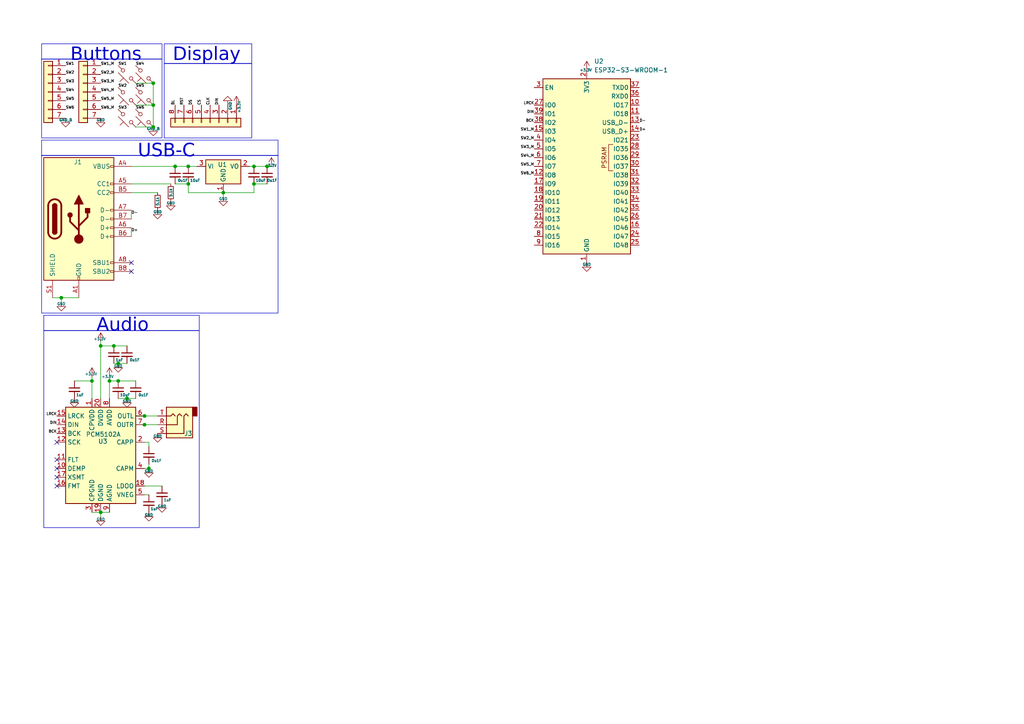
<source format=kicad_sch>
(kicad_sch (version 20250114) (generator "eeschema") (generator_version "9.0")
  (paper "A4")
  (lib_symbols
    (symbol "Audio:PCM5102A"
      (property "Reference" "U" (at -10.16 13.97 0))
      (property "Value" "PCM5102A" (at 3.81 13.97 0))
      (symbol "PCM5102A_0_1"
        (rectangle (start -10.16 12.7) (end 10.16 -15.24) (stroke (width 0.254)) (fill (type background)))
      )
      (symbol "PCM5102A_1_1"
        (pin input line (at -12.7 10.16 0) (length 2.54) (name "LRCK") (number "15"))
        (pin input line (at -12.7 7.62 0) (length 2.54) (name "DIN") (number "14"))
        (pin input line (at -12.7 5.08 0) (length 2.54) (name "BCK") (number "13"))
        (pin input line (at -12.7 2.54 0) (length 2.54) (name "SCK") (number "12"))
        (pin input line (at -12.7 -2.54 0) (length 2.54) (name "FLT") (number "11"))
        (pin input line (at -12.7 -5.08 0) (length 2.54) (name "DEMP") (number "10"))
        (pin input line (at -12.7 -7.62 0) (length 2.54) (name "XSMT") (number "17"))
        (pin input line (at -12.7 -10.16 0) (length 2.54) (name "FMT") (number "16"))
        (pin passive line (at -2.54 15.24 270) (length 2.54) (name "CPVDD") (number "1"))
        (pin power_in line (at -2.54 -17.78 90) (length 2.54) (name "CPGND") (number "3"))
        (pin power_in line (at 0 15.24 270) (length 2.54) (name "DVDD") (number "20"))
        (pin power_in line (at 0 -17.78 90) (length 2.54) (name "DGND") (number "19"))
        (pin power_in line (at 2.54 15.24 270) (length 2.54) (name "AVDD") (number "8"))
        (pin power_in line (at 2.54 -17.78 90) (length 2.54) (name "AGND") (number "9"))
        (pin output line (at 12.7 10.16 180) (length 2.54) (name "OUTL") (number "6"))
        (pin output line (at 12.7 7.62 180) (length 2.54) (name "OUTR") (number "7"))
        (pin passive line (at 12.7 2.54 180) (length 2.54) (name "CAPP") (number "2"))
        (pin passive line (at 12.7 -5.08 180) (length 2.54) (name "CAPM") (number "4"))
        (pin passive line (at 12.7 -10.16 180) (length 2.54) (name "LDOO") (number "18"))
        (pin passive line (at 12.7 -12.7 180) (length 2.54) (name "VNEG") (number "5"))
      )
    )
    (symbol "Connector:USB_C_Receptacle_USB2.0_16P" (pin_names (offset 1.016))
      (property "Reference" "J" (at 0 22.225 0))
      (property "Value" "USB_C_Receptacle_USB2.0_16P" (at 0 19.685 0))
      (symbol "USB_C_Receptacle_USB2.0_16P_0_0"
        (rectangle (start -0.254 -17.78) (end 0.254 -16.764))
        (rectangle (start 10.16 15.494) (end 9.144 14.986))
        (rectangle (start 10.16 10.414) (end 9.144 9.906))
        (rectangle (start 10.16 7.874) (end 9.144 7.366))
        (rectangle (start 10.16 2.794) (end 9.144 2.286))
        (rectangle (start 10.16 0.254) (end 9.144 -0.254))
        (rectangle (start 10.16 -2.286) (end 9.144 -2.794))
        (rectangle (start 10.16 -4.826) (end 9.144 -5.334))
        (rectangle (start 10.16 -12.446) (end 9.144 -12.954))
        (rectangle (start 10.16 -14.986) (end 9.144 -15.494))
      )
      (symbol "USB_C_Receptacle_USB2.0_16P_0_1"
        (rectangle (start -10.16 17.78) (end 10.16 -17.78) (stroke (width 0.254)) (fill (type background)))
        (polyline (pts (xy -8.89 -3.81) (xy -8.89 3.81)) (stroke (width 0.508)))
        (rectangle (start -7.62 -3.81) (end -6.35 3.81) (stroke (width 0.254)) (fill (type outline)))
        (arc (start -7.62 3.81) (mid -6.985 4.4423) (end -6.35 3.81) (stroke (width 0.254)))
        (arc (start -7.62 3.81) (mid -6.985 4.4423) (end -6.35 3.81) (stroke (width 0.254)) (fill (type outline)))
        (arc (start -8.89 3.81) (mid -6.985 5.7067) (end -5.08 3.81) (stroke (width 0.508)))
        (arc (start -5.08 -3.81) (mid -6.985 -5.7067) (end -8.89 -3.81) (stroke (width 0.508)))
        (arc (start -6.35 -3.81) (mid -6.985 -4.4423) (end -7.62 -3.81) (stroke (width 0.254)))
        (arc (start -6.35 -3.81) (mid -6.985 -4.4423) (end -7.62 -3.81) (stroke (width 0.254)) (fill (type outline)))
        (polyline (pts (xy -5.08 3.81) (xy -5.08 -3.81)) (stroke (width 0.508)))
        (circle (center -2.54 1.143) (radius 0.635) (stroke (width 0.254)) (fill (type outline)))
        (polyline (pts (xy -1.27 4.318) (xy 0 6.858) (xy 1.27 4.318) (xy -1.27 4.318)) (stroke (width 0.254)) (fill (type outline)))
        (polyline (pts (xy 0 -2.032) (xy 2.54 0.508) (xy 2.54 1.778)) (stroke (width 0.508)))
        (polyline (pts (xy 0 -3.302) (xy -2.54 -0.762) (xy -2.54 0.508)) (stroke (width 0.508)))
        (polyline (pts (xy 0 -5.842) (xy 0 4.318)) (stroke (width 0.508)))
        (circle (center 0 -5.842) (radius 1.27) (fill (type outline)))
        (rectangle (start 1.905 1.778) (end 3.175 3.048) (stroke (width 0.254)) (fill (type outline)))
      )
      (symbol "USB_C_Receptacle_USB2.0_16P_1_1"
        (pin passive line (at -7.62 -22.86 90) (length 5.08) (name "SHIELD") (number "S1"))
        (pin passive line (at 0 -22.86 90) (length 5.08) (name "GND") (number "A1"))
        (pin passive line (at 0 -22.86 90) (length 5.08) (hide yes) (name "GND") (number "A12"))
        (pin passive line (at 0 -22.86 90) (length 5.08) (hide yes) (name "GND") (number "B1"))
        (pin passive line (at 0 -22.86 90) (length 5.08) (hide yes) (name "GND") (number "B12"))
        (pin passive line (at 15.24 15.24 180) (length 5.08) (name "VBUS") (number "A4"))
        (pin passive line (at 15.24 15.24 180) (length 5.08) (hide yes) (name "VBUS") (number "A9"))
        (pin passive line (at 15.24 15.24 180) (length 5.08) (hide yes) (name "VBUS") (number "B4"))
        (pin passive line (at 15.24 15.24 180) (length 5.08) (hide yes) (name "VBUS") (number "B9"))
        (pin bidirectional line (at 15.24 10.16 180) (length 5.08) (name "CC1") (number "A5"))
        (pin bidirectional line (at 15.24 7.62 180) (length 5.08) (name "CC2") (number "B5"))
        (pin bidirectional line (at 15.24 2.54 180) (length 5.08) (name "D-") (number "A7"))
        (pin bidirectional line (at 15.24 0 180) (length 5.08) (name "D-") (number "B7"))
        (pin bidirectional line (at 15.24 -2.54 180) (length 5.08) (name "D+") (number "A6"))
        (pin bidirectional line (at 15.24 -5.08 180) (length 5.08) (name "D+") (number "B6"))
        (pin bidirectional line (at 15.24 -12.7 180) (length 5.08) (name "SBU1") (number "A8"))
        (pin bidirectional line (at 15.24 -15.24 180) (length 5.08) (name "SBU2") (number "B8"))
      )
    )
    (symbol "Connector_Audio:AudioJack3"
      (property "Reference" "J" (at 0 8.89 0))
      (property "Value" "AudioJack3" (at 0 6.35 0))
      (symbol "AudioJack3_0_1"
        (rectangle (start -5.08 -5.08) (end -6.35 -2.54) (stroke (width 0.254)) (fill (type outline)))
        (polyline (pts (xy -1.905 -2.54) (xy -1.27 -3.175) (xy -0.635 -2.54) (xy -0.635 0) (xy 2.54 0)) (stroke (width 0.254)))
        (polyline (pts (xy 0 -2.54) (xy 0.635 -3.175) (xy 1.27 -2.54) (xy 2.54 -2.54)) (stroke (width 0.254)))
        (rectangle (start 2.54 3.81) (end -5.08 -5.08) (stroke (width 0.254)) (fill (type background)))
        (polyline (pts (xy 2.54 2.54) (xy -2.54 2.54) (xy -2.54 -2.54) (xy -3.175 -3.175) (xy -3.81 -2.54)) (stroke (width 0.254)))
      )
      (symbol "AudioJack3_1_1"
        (pin passive line (at 5.08 2.54 180) (length 2.54) (name "~") (number "S"))
        (pin passive line (at 5.08 0 180) (length 2.54) (name "~") (number "R"))
        (pin passive line (at 5.08 -2.54 180) (length 2.54) (name "~") (number "T"))
      )
    )
    (symbol "Connector_Generic:Conn_01x07" (pin_names (offset 1.016) (hide yes))
      (property "Reference" "J" (at 0 10.16 0))
      (property "Value" "Conn_01x07" (at 0 -10.16 0))
      (symbol "Conn_01x07_1_1"
        (rectangle (start -1.27 8.89) (end 1.27 -8.89) (stroke (width 0.254)) (fill (type background)))
        (rectangle (start -1.27 7.747) (end 0 7.493) (stroke (width 0.1524)))
        (rectangle (start -1.27 5.207) (end 0 4.953) (stroke (width 0.1524)))
        (rectangle (start -1.27 2.667) (end 0 2.413) (stroke (width 0.1524)))
        (rectangle (start -1.27 0.127) (end 0 -0.127) (stroke (width 0.1524)))
        (rectangle (start -1.27 -2.413) (end 0 -2.667) (stroke (width 0.1524)))
        (rectangle (start -1.27 -4.953) (end 0 -5.207) (stroke (width 0.1524)))
        (rectangle (start -1.27 -7.493) (end 0 -7.747) (stroke (width 0.1524)))
        (pin passive line (at -5.08 7.62 0) (length 3.81) (name "Pin_1") (number "1"))
        (pin passive line (at -5.08 5.08 0) (length 3.81) (name "Pin_2") (number "2"))
        (pin passive line (at -5.08 2.54 0) (length 3.81) (name "Pin_3") (number "3"))
        (pin passive line (at -5.08 0 0) (length 3.81) (name "Pin_4") (number "4"))
        (pin passive line (at -5.08 -2.54 0) (length 3.81) (name "Pin_5") (number "5"))
        (pin passive line (at -5.08 -5.08 0) (length 3.81) (name "Pin_6") (number "6"))
        (pin passive line (at -5.08 -7.62 0) (length 3.81) (name "Pin_7") (number "7"))
      )
    )
    (symbol "Connector_Generic:Conn_01x08" (pin_names (offset 1.016) (hide yes))
      (property "Reference" "J" (at 0 10.16 0))
      (property "Value" "Conn_01x08" (at 0 -12.7 0))
      (symbol "Conn_01x08_1_1"
        (rectangle (start -1.27 8.89) (end 1.27 -11.43) (stroke (width 0.254)) (fill (type background)))
        (rectangle (start -1.27 7.747) (end 0 7.493) (stroke (width 0.1524)))
        (rectangle (start -1.27 5.207) (end 0 4.953) (stroke (width 0.1524)))
        (rectangle (start -1.27 2.667) (end 0 2.413) (stroke (width 0.1524)))
        (rectangle (start -1.27 0.127) (end 0 -0.127) (stroke (width 0.1524)))
        (rectangle (start -1.27 -2.413) (end 0 -2.667) (stroke (width 0.1524)))
        (rectangle (start -1.27 -4.953) (end 0 -5.207) (stroke (width 0.1524)))
        (rectangle (start -1.27 -7.493) (end 0 -7.747) (stroke (width 0.1524)))
        (rectangle (start -1.27 -10.033) (end 0 -10.287) (stroke (width 0.1524)))
        (pin passive line (at -5.08 7.62 0) (length 3.81) (name "Pin_1") (number "1"))
        (pin passive line (at -5.08 5.08 0) (length 3.81) (name "Pin_2") (number "2"))
        (pin passive line (at -5.08 2.54 0) (length 3.81) (name "Pin_3") (number "3"))
        (pin passive line (at -5.08 0 0) (length 3.81) (name "Pin_4") (number "4"))
        (pin passive line (at -5.08 -2.54 0) (length 3.81) (name "Pin_5") (number "5"))
        (pin passive line (at -5.08 -5.08 0) (length 3.81) (name "Pin_6") (number "6"))
        (pin passive line (at -5.08 -7.62 0) (length 3.81) (name "Pin_7") (number "7"))
        (pin passive line (at -5.08 -10.16 0) (length 3.81) (name "Pin_8") (number "8"))
      )
    )
    (symbol "Device:C_Small" (pin_numbers (hide yes)) (pin_names (offset 0.254) (hide yes))
      (property "Reference" "C" (at 0.254 1.778 0))
      (property "Value" "C_Small" (at 0.254 -2.032 0))
      (symbol "C_Small_0_1"
        (polyline (pts (xy -1.524 0.508) (xy 1.524 0.508)) (stroke (width 0.3048)))
        (polyline (pts (xy -1.524 -0.508) (xy 1.524 -0.508)) (stroke (width 0.3302)))
      )
      (symbol "C_Small_1_1"
        (pin passive line (at 0 2.54 270) (length 2.032) (name "~") (number "1"))
        (pin passive line (at 0 -2.54 90) (length 2.032) (name "~") (number "2"))
      )
    )
    (symbol "Device:R_Small" (pin_numbers (hide yes)) (pin_names (offset 0.254) (hide yes))
      (property "Reference" "R" (at 0 0 90))
      (property "Value" "R_Small" (at 1.778 0 90))
      (symbol "R_Small_0_1"
        (rectangle (start -0.762 1.778) (end 0.762 -1.778) (stroke (width 0.2032)))
      )
      (symbol "R_Small_1_1"
        (pin passive line (at 0 2.54 270) (length 0.762) (name "~") (number "1"))
        (pin passive line (at 0 -2.54 90) (length 0.762) (name "~") (number "2"))
      )
    )
    (symbol "RF_Module:ESP32-S3-WROOM-1"
      (property "Reference" "U" (at -12.7 26.67 0))
      (property "Value" "ESP32-S3-WROOM-1" (at 12.7 26.67 0))
      (symbol "ESP32-S3-WROOM-1_0_0"
        (rectangle (start -12.7 25.4) (end 12.7 -25.4) (stroke (width 0.254)) (fill (type background)))
        (text "PSRAM" (at 5.08 2.54 900) (effects (font (size 1.27 1.27))))
      )
      (symbol "ESP32-S3-WROOM-1_0_1"
        (polyline (pts (xy 7.62 -1.27) (xy 6.35 -1.27) (xy 6.35 6.35) (xy 7.62 6.35)))
      )
      (symbol "ESP32-S3-WROOM-1_1_1"
        (pin input line (at -15.24 22.86 0) (length 2.54) (name "EN") (number "3"))
        (pin bidirectional line (at -15.24 17.78 0) (length 2.54) (name "IO0") (number "27"))
        (pin bidirectional line (at -15.24 15.24 0) (length 2.54) (name "IO1") (number "39"))
        (pin bidirectional line (at -15.24 12.7 0) (length 2.54) (name "IO2") (number "38"))
        (pin bidirectional line (at -15.24 10.16 0) (length 2.54) (name "IO3") (number "15"))
        (pin bidirectional line (at -15.24 7.62 0) (length 2.54) (name "IO4") (number "4"))
        (pin bidirectional line (at -15.24 5.08 0) (length 2.54) (name "IO5") (number "5"))
        (pin bidirectional line (at -15.24 2.54 0) (length 2.54) (name "IO6") (number "6"))
        (pin bidirectional line (at -15.24 0 0) (length 2.54) (name "IO7") (number "7"))
        (pin bidirectional line (at -15.24 -2.54 0) (length 2.54) (name "IO8") (number "12"))
        (pin bidirectional line (at -15.24 -5.08 0) (length 2.54) (name "IO9") (number "17"))
        (pin bidirectional line (at -15.24 -7.62 0) (length 2.54) (name "IO10") (number "18"))
        (pin bidirectional line (at -15.24 -10.16 0) (length 2.54) (name "IO11") (number "19"))
        (pin bidirectional line (at -15.24 -12.7 0) (length 2.54) (name "IO12") (number "20"))
        (pin bidirectional line (at -15.24 -15.24 0) (length 2.54) (name "IO13") (number "21"))
        (pin bidirectional line (at -15.24 -17.78 0) (length 2.54) (name "IO14") (number "22"))
        (pin bidirectional line (at -15.24 -20.32 0) (length 2.54) (name "IO15") (number "8"))
        (pin bidirectional line (at -15.24 -22.86 0) (length 2.54) (name "IO16") (number "9"))
        (pin power_in line (at 0 27.94 270) (length 2.54) (name "3V3") (number "2"))
        (pin power_in line (at 0 -27.94 90) (length 2.54) (name "GND") (number "1"))
        (pin passive line (at 0 -27.94 90) (length 2.54) (hide yes) (name "GND") (number "40"))
        (pin passive line (at 0 -27.94 90) (length 2.54) (hide yes) (name "GND") (number "41"))
        (pin bidirectional line (at 15.24 22.86 180) (length 2.54) (name "TXD0") (number "37"))
        (pin bidirectional line (at 15.24 20.32 180) (length 2.54) (name "RXD0") (number "36"))
        (pin bidirectional line (at 15.24 17.78 180) (length 2.54) (name "IO17") (number "10"))
        (pin bidirectional line (at 15.24 15.24 180) (length 2.54) (name "IO18") (number "11"))
        (pin bidirectional line (at 15.24 12.7 180) (length 2.54) (name "USB_D-") (number "13"))
        (pin bidirectional line (at 15.24 10.16 180) (length 2.54) (name "USB_D+") (number "14"))
        (pin bidirectional line (at 15.24 7.62 180) (length 2.54) (name "IO21") (number "23"))
        (pin bidirectional line (at 15.24 5.08 180) (length 2.54) (name "IO35") (number "28"))
        (pin bidirectional line (at 15.24 2.54 180) (length 2.54) (name "IO36") (number "29"))
        (pin bidirectional line (at 15.24 0 180) (length 2.54) (name "IO37") (number "30"))
        (pin bidirectional line (at 15.24 -2.54 180) (length 2.54) (name "IO38") (number "31"))
        (pin bidirectional line (at 15.24 -5.08 180) (length 2.54) (name "IO39") (number "32"))
        (pin bidirectional line (at 15.24 -7.62 180) (length 2.54) (name "IO40") (number "33"))
        (pin bidirectional line (at 15.24 -10.16 180) (length 2.54) (name "IO41") (number "34"))
        (pin bidirectional line (at 15.24 -12.7 180) (length 2.54) (name "IO42") (number "35"))
        (pin bidirectional line (at 15.24 -15.24 180) (length 2.54) (name "IO45") (number "26"))
        (pin bidirectional line (at 15.24 -17.78 180) (length 2.54) (name "IO46") (number "16"))
        (pin bidirectional line (at 15.24 -20.32 180) (length 2.54) (name "IO47") (number "24"))
        (pin bidirectional line (at 15.24 -22.86 180) (length 2.54) (name "IO48") (number "25"))
      )
    )
    (symbol "Regulator_Linear:AMS1117-3.3"
      (property "Reference" "U" (at -3.81 3.175 0))
      (property "Value" "AMS1117-3.3" (at 0 3.175 0))
      (symbol "AMS1117-3.3_0_1"
        (rectangle (start -5.08 -5.08) (end 5.08 1.905) (stroke (width 0.254)) (fill (type background)))
      )
      (symbol "AMS1117-3.3_1_1"
        (pin power_in line (at -7.62 0 0) (length 2.54) (name "VI") (number "3"))
        (pin power_in line (at 0 -7.62 90) (length 2.54) (name "GND") (number "1"))
        (pin power_out line (at 7.62 0 180) (length 2.54) (name "VO") (number "2"))
      )
    )
    (symbol "Switch:SW_Push_45deg" (pin_numbers (hide yes)) (pin_names (offset 1.016) (hide yes))
      (property "Reference" "SW" (at 3.048 1.016 0))
      (property "Value" "SW_Push_45deg" (at 0 -3.81 0))
      (symbol "SW_Push_45deg_0_1"
        (polyline (pts (xy -2.54 2.54) (xy -1.524 1.524) (xy -1.524 1.524)))
        (circle (center -1.1684 1.1684) (radius 0.508))
        (polyline (pts (xy -0.508 2.54) (xy 2.54 -0.508)))
        (polyline (pts (xy 1.016 1.016) (xy 2.032 2.032)))
        (circle (center 1.143 -1.1938) (radius 0.508))
        (polyline (pts (xy 1.524 -1.524) (xy 2.54 -2.54) (xy 2.54 -2.54) (xy 2.54 -2.54)))
        (pin passive line (at -2.54 2.54 0) (length 0) (name "1") (number "1"))
        (pin passive line (at 2.54 -2.54 180) (length 0) (name "2") (number "2"))
      )
    )
    (symbol "power:+3.3V" (power) (pin_numbers (hide yes)) (pin_names (offset 0) (hide yes))
      (property "Value" "+3.3V" (at 0 3.556 0))
      (symbol "+3.3V_0_1"
        (polyline (pts (xy -0.762 1.27) (xy 0 2.54)))
        (polyline (pts (xy 0 2.54) (xy 0.762 1.27)))
        (polyline (pts (xy 0 0) (xy 0 2.54)))
      )
      (symbol "+3.3V_1_1"
        (pin power_in line (at 0 0 90) (length 0) (name "~") (number "1"))
      )
    )
    (symbol "power:GND" (power) (pin_numbers (hide yes)) (pin_names (offset 0) (hide yes))
      (property "Value" "GND" (at 0 -3.81 0))
      (symbol "GND_0_1"
        (polyline (pts (xy 0 0) (xy 0 -1.27) (xy 1.27 -1.27) (xy 0 -2.54) (xy -1.27 -1.27) (xy 0 -1.27)))
      )
      (symbol "GND_1_1"
        (pin power_in line (at 0 0 270) (length 0) (name "~") (number "1"))
      )
    )
  )
  (rectangle (start 12.065 12.7) (end 46.99 17.145))
  (rectangle (start 47.625 18.415) (end 73.025 40.005))
  (rectangle (start 12.7 95.885) (end 57.785 153.035))
  (rectangle (start 47.625 12.7) (end 73.025 18.415))
  (rectangle (start 12.065 45.085) (end 80.645 90.805))
  (rectangle (start 12.065 40.64) (end 80.645 45.085))
  (rectangle (start 12.7 91.44) (end 57.785 95.885))
  (rectangle (start 12.065 17.145) (end 46.99 40.005))
  (text "Audio\n" (at 35.56 95.504 0) (effects (font (size 3.81 3.81))))
  (text "USB-C\n" (at 48.26 44.958 0) (effects (font (size 3.81 3.81))))
  (text "Display\n" (at 59.944 17.018 0) (effects (font (size 3.81 3.81))))
  (text "Buttons" (at 30.734 17.018 0) (effects (font (size 3.81 3.81))))
  (junction (at 44.45 24.13))
  (junction (at 31.75 110.49))
  (junction (at 44.45 30.48))
  (junction (at 54.61 48.26))
  (junction (at 43.18 135.89))
  (junction (at 34.29 110.49))
  (junction (at 36.83 115.57))
  (junction (at 44.45 36.83))
  (junction (at 33.02 100.33))
  (junction (at 77.47 48.26))
  (junction (at 29.21 148.59))
  (junction (at 50.8 48.26))
  (junction (at 34.29 105.41))
  (junction (at 41.91 120.65))
  (junction (at 41.91 123.19))
  (junction (at 64.77 55.88))
  (junction (at 54.61 53.34))
  (junction (at 29.21 100.33))
  (junction (at 73.66 53.34))
  (junction (at 73.66 48.26))
  (junction (at 26.67 110.49))
  (junction (at 17.78 86.36))
  (no_connect (at 38.1 76.2))
  (no_connect (at 38.1 78.74))
  (no_connect (at 16.51 133.35))
  (no_connect (at 16.51 138.43))
  (no_connect (at 16.51 128.27))
  (no_connect (at 16.51 135.89))
  (no_connect (at 16.51 140.97))
  (wire (pts (xy 38.1 66.04) (xy 38.1 68.58)))
  (wire (pts (xy 31.75 110.49) (xy 31.75 115.57)))
  (wire (pts (xy 33.02 100.33) (xy 36.83 100.33)))
  (wire (pts (xy 38.1 53.34) (xy 49.53 53.34)))
  (wire (pts (xy 44.45 24.13) (xy 44.45 30.48)))
  (wire (pts (xy 41.91 123.19) (xy 45.72 123.19)))
  (wire (pts (xy 64.77 57.15) (xy 64.77 55.88)))
  (wire (pts (xy 31.75 109.22) (xy 31.75 110.49)))
  (wire (pts (xy 33.02 105.41) (xy 34.29 105.41)))
  (wire (pts (xy 29.21 115.57) (xy 29.21 100.33)))
  (wire (pts (xy 41.91 128.27) (xy 43.18 128.27)))
  (wire (pts (xy 29.21 149.86) (xy 29.21 148.59)))
  (wire (pts (xy 39.37 24.13) (xy 44.45 24.13)))
  (wire (pts (xy 44.45 30.48) (xy 44.45 36.83)))
  (wire (pts (xy 34.29 110.49) (xy 39.37 110.49)))
  (wire (pts (xy 64.77 55.88) (xy 73.66 55.88)))
  (wire (pts (xy 43.18 128.27) (xy 43.18 129.54)))
  (wire (pts (xy 26.67 110.49) (xy 26.67 115.57)))
  (wire (pts (xy 41.91 120.65) (xy 45.72 120.65)))
  (wire (pts (xy 29.21 148.59) (xy 31.75 148.59)))
  (wire (pts (xy 43.18 135.89) (xy 43.18 134.62)))
  (wire (pts (xy 29.21 99.06) (xy 29.21 100.33)))
  (wire (pts (xy 54.61 55.88) (xy 64.77 55.88)))
  (wire (pts (xy 38.1 48.26) (xy 50.8 48.26)))
  (wire (pts (xy 39.37 30.48) (xy 44.45 30.48)))
  (wire (pts (xy 39.37 123.19) (xy 41.91 123.19)))
  (wire (pts (xy 41.91 135.89) (xy 43.18 135.89)))
  (wire (pts (xy 78.74 48.26) (xy 77.47 48.26)))
  (wire (pts (xy 34.29 105.41) (xy 36.83 105.41)))
  (wire (pts (xy 29.21 100.33) (xy 33.02 100.33)))
  (wire (pts (xy 50.8 53.34) (xy 54.61 53.34)))
  (wire (pts (xy 26.67 110.49) (xy 26.67 109.22)))
  (wire (pts (xy 73.66 53.34) (xy 73.66 55.88)))
  (wire (pts (xy 21.59 110.49) (xy 26.67 110.49)))
  (wire (pts (xy 41.91 140.97) (xy 46.99 140.97)))
  (wire (pts (xy 26.67 148.59) (xy 29.21 148.59)))
  (wire (pts (xy 38.1 55.88) (xy 45.72 55.88)))
  (wire (pts (xy 36.83 115.57) (xy 39.37 115.57)))
  (wire (pts (xy 41.91 143.51) (xy 43.18 143.51)))
  (wire (pts (xy 54.61 53.34) (xy 54.61 55.88)))
  (wire (pts (xy 39.37 36.83) (xy 44.45 36.83)))
  (wire (pts (xy 31.75 110.49) (xy 34.29 110.49)))
  (wire (pts (xy 38.1 60.96) (xy 38.1 63.5)))
  (wire (pts (xy 17.78 86.36) (xy 22.86 86.36)))
  (wire (pts (xy 73.66 48.26) (xy 72.39 48.26)))
  (wire (pts (xy 34.29 115.57) (xy 36.83 115.57)))
  (wire (pts (xy 39.37 120.65) (xy 41.91 120.65)))
  (wire (pts (xy 54.61 48.26) (xy 57.15 48.26)))
  (wire (pts (xy 15.24 86.36) (xy 17.78 86.36)))
  (wire (pts (xy 73.66 53.34) (xy 77.47 53.34)))
  (wire (pts (xy 50.8 48.26) (xy 54.61 48.26)))
  (wire (pts (xy 73.66 48.26) (xy 77.47 48.26)))
  (wire (pts (xy 17.78 87.63) (xy 17.78 86.36)))
  (label "SW2" (at 34.29 25.4 0) (effects (font (size 0.762 0.762))))
  (label "DS" (at 55.88 30.48 90) (effects (font (size 0.762 0.762))))
  (label "SW4" (at 19.05 26.67 0) (effects (font (size 0.762 0.762))))
  (label "BCK" (at 154.94 35.56 180) (effects (font (size 0.762 0.762))))
  (label "DIN" (at 63.5 30.48 90) (effects (font (size 0.762 0.762))))
  (label "CS" (at 58.42 30.48 90) (effects (font (size 0.762 0.762))))
  (label "SW5" (at 19.05 29.21 0) (effects (font (size 0.762 0.762))))
  (label "SW2_M" (at 29.21 21.59 0) (effects (font (size 0.762 0.762))))
  (label "SW6" (at 19.05 31.75 0) (effects (font (size 0.762 0.762))))
  (label "CLK" (at 60.96 30.48 90) (effects (font (size 0.762 0.762))))
  (label "SW6_M" (at 154.94 50.8 180) (effects (font (size 0.762 0.762))))
  (label "SW1" (at 19.05 19.05 0) (effects (font (size 0.762 0.762))))
  (label "SW1_M" (at 154.94 38.1 180) (effects (font (size 0.762 0.762))))
  (label "SW6" (at 39.37 31.75 0) (effects (font (size 0.762 0.762))))
  (label "D-" (at 38.1 62.23 0) (effects (font (size 0.762 0.762))))
  (label "BCK" (at 16.51 125.73 180) (effects (font (size 0.762 0.762))))
  (label "SW6_M" (at 29.21 31.75 0) (effects (font (size 0.762 0.762))))
  (label "SW3_M" (at 29.21 24.13 0) (effects (font (size 0.762 0.762))))
  (label "SW3" (at 34.29 31.75 0) (effects (font (size 0.762 0.762))))
  (label "SW5" (at 39.37 25.4 0) (effects (font (size 0.762 0.762))))
  (label "D+" (at 38.1 67.31 0) (effects (font (size 0.762 0.762))))
  (label "SW5_M" (at 154.94 48.26 180) (effects (font (size 0.762 0.762))))
  (label "SW3" (at 19.05 24.13 0) (effects (font (size 0.762 0.762))))
  (label "LRCK" (at 154.94 30.48 180) (effects (font (size 0.762 0.762))))
  (label "SW3_M" (at 154.94 43.18 180) (effects (font (size 0.762 0.762))))
  (label "BL" (at 50.8 30.48 90) (effects (font (size 0.762 0.762))))
  (label "SW4_M" (at 29.21 26.67 0) (effects (font (size 0.762 0.762))))
  (label "SW4" (at 39.37 19.05 0) (effects (font (size 0.762 0.762))))
  (label "SW4_M" (at 154.94 45.72 180) (effects (font (size 0.762 0.762))))
  (label "RST" (at 53.34 30.48 90) (effects (font (size 0.762 0.762))))
  (label "SW1_M" (at 29.21 19.05 0) (effects (font (size 0.762 0.762))))
  (label "DIN" (at 16.51 123.19 180) (effects (font (size 0.762 0.762))))
  (label "SW2" (at 19.05 21.59 0) (effects (font (size 0.762 0.762))))
  (label "SW5_M" (at 29.21 29.21 0) (effects (font (size 0.762 0.762))))
  (label "LRCK" (at 16.51 120.65 180) (effects (font (size 0.762 0.762))))
  (label "D+" (at 185.42 38.1 0) (effects (font (size 0.762 0.762))))
  (label "DIN" (at 154.94 33.02 180) (effects (font (size 0.762 0.762))))
  (label "SW1" (at 34.29 19.05 0) (effects (font (size 0.762 0.762))))
  (label "SW2_M" (at 154.94 40.64 180) (effects (font (size 0.762 0.762))))
  (label "D-" (at 185.42 35.56 0) (effects (font (size 0.762 0.762))))
  (symbol (lib_id "power:+3.3V") (at 26.67 109.22 0) (unit 1)
    (property "Reference" "#PWR017" (effects (hide yes)))
    (property "Value" "+3.3V" (at 26.416 108.458 0) (effects (font (size 0.762 0.762))))
    (property "Description" "Power symbol creates a global label with name \"+3.3V\"" (effects (hide yes)))
  )
  (symbol (lib_id "Connector:USB_C_Receptacle_USB2.0_16P") (at 22.86 63.5 0) (unit 1)
    (property "Reference" "J1" (at 22.606 46.99 0))
    (property "Value" "USB_C_Receptacle_USB2.0_16P" (effects (hide yes)))
    (property "Datasheet" "https://www.usb.org/sites/default/files/documents/usb_type-c.zip" (effects (hide yes)))
    (property "Description" "USB 2.0-only 16P Type-C Receptacle connector" (effects (hide yes)))
  )
  (symbol (lib_id "power:GND") (at 29.21 149.86 0) (unit 1)
    (property "Reference" "#PWR011" (effects (hide yes)))
    (property "Value" "GND" (at 29.21 150.622 0) (effects (font (size 0.762 0.762))))
    (property "Description" "Power symbol creates a global label with name \"GND\" , ground" (effects (hide yes)))
  )
  (symbol (lib_id "Switch:SW_Push_45deg") (at 36.83 27.94 90) (mirror x) (unit 1)
    (property "Reference" "SW2" (effects (hide yes)))
    (property "Value" "SW_Push_45deg" (effects (hide yes)))
    (property "Description" "Push button switch, normally open, two pins, 45° tilted" (effects (hide yes)))
  )
  (symbol (lib_id "Device:C_Small") (at 33.02 102.87 0) (unit 1)
    (property "Reference" "C7" (effects (hide yes)))
    (property "Value" "1uF" (at 33.528 104.394 0) (effects (font (size 0.762 0.762)) (justify left)))
    (property "Description" "Unpolarized capacitor, small symbol" (effects (hide yes)))
  )
  (symbol (lib_id "power:GND") (at 45.72 60.96 0) (unit 1)
    (property "Reference" "#PWR08" (effects (hide yes)))
    (property "Value" "GND" (at 45.72 61.468 0) (effects (font (size 0.762 0.762))))
    (property "Description" "Power symbol creates a global label with name \"GND\" , ground" (effects (hide yes)))
  )
  (symbol (lib_id "Audio:PCM5102A") (at 29.21 130.81 0) (unit 1)
    (property "Reference" "U3" (at 28.448 128.016 0) (effects (justify left)))
    (property "Value" "PCM5102A" (at 24.892 125.984 0) (effects (justify left)))
    (property "Footprint" "Package_SO:TSSOP-20_4.4x6.5mm_P0.65mm" (effects (hide yes)))
    (property "Datasheet" "https://www.ti.com/lit/ds/symlink/pcm5102a.pdf" (effects (hide yes)))
    (property "Description" "2.1 VRMS, 112dB Audio Stereo DAC with PLL and 32-bit, 384kHz PCM Interface, TSSOP-20" (effects (hide yes)))
  )
  (symbol (lib_id "Device:C_Small") (at 54.61 50.8 0) (unit 1)
    (property "Reference" "C2" (effects (hide yes)))
    (property "Value" "10uF" (at 55.118 52.324 0) (effects (font (size 0.762 0.762)) (justify left)))
    (property "Description" "Unpolarized capacitor, small symbol" (effects (hide yes)))
  )
  (symbol (lib_id "Regulator_Linear:AMS1117-3.3") (at 64.77 48.26 0) (unit 1)
    (property "Reference" "U1" (at 64.516 47.752 0))
    (property "Value" "AMS1117-3.3" (effects (hide yes)))
    (property "Footprint" "Package_TO_SOT_SMD:SOT-223-3_TabPin2" (effects (hide yes)))
    (property "Datasheet" "http://www.advanced-monolithic.com/pdf/ds1117.pdf" (effects (hide yes)))
    (property "Description" "1A Low Dropout regulator, positive, 3.3V fixed output, SOT-223" (effects (hide yes)))
  )
  (symbol (lib_id "power:GND") (at 46.99 146.05 0) (unit 1)
    (property "Reference" "#PWR018" (effects (hide yes)))
    (property "Value" "GND" (at 46.99 146.812 0) (effects (font (size 0.762 0.762))))
    (property "Description" "Power symbol creates a global label with name \"GND\" , ground" (effects (hide yes)))
  )
  (symbol (lib_id "RF_Module:ESP32-S3-WROOM-1") (at 170.18 48.26 0) (unit 1)
    (property "Reference" "U2" (at 172.3233 17.78 0) (effects (justify left)))
    (property "Value" "ESP32-S3-WROOM-1" (at 172.3233 20.32 0) (effects (justify left)))
    (property "Footprint" "RF_Module:ESP32-S3-WROOM-1" (effects (hide yes)))
    (property "Datasheet" "https://www.espressif.com/sites/default/files/documentation/esp32-s3-wroom-1_wroom-1u_datasheet_en.pdf" (effects (hide yes)))
    (property "Description" "RF Module, ESP32-S3 SoC, Wi-Fi 802.11b/g/n, Bluetooth, BLE, 32-bit, 3.3V, onboard antenna, SMD" (effects (hide yes)))
  )
  (symbol (lib_id "Device:C_Small") (at 46.99 143.51 0) (unit 1)
    (property "Reference" "C10" (effects (hide yes)))
    (property "Value" "1uF" (at 47.498 145.034 0) (effects (font (size 0.762 0.762)) (justify left)))
    (property "Description" "Unpolarized capacitor, small symbol" (effects (hide yes)))
  )
  (symbol (lib_id "power:+3.3V") (at 31.75 109.22 0) (unit 1)
    (property "Reference" "#PWR012" (effects (hide yes)))
    (property "Value" "+3.3V" (at 31.242 109.22 0) (effects (font (size 0.762 0.762))))
    (property "Description" "Power symbol creates a global label with name \"+3.3V\"" (effects (hide yes)))
  )
  (symbol (lib_id "power:GND") (at 44.45 36.83 0) (mirror y) (unit 1)
    (property "Reference" "#PWR021" (effects (hide yes)))
    (property "Value" "GND_B" (at 44.45 37.338 0) (effects (font (size 0.762 0.762))))
    (property "Description" "Power symbol creates a global label with name \"GND\" , ground" (effects (hide yes)))
  )
  (symbol (lib_id "Switch:SW_Push_45deg") (at 41.91 21.59 90) (mirror x) (unit 1)
    (property "Reference" "SW3" (effects (hide yes)))
    (property "Value" "SW_Push_45deg" (effects (hide yes)))
    (property "Description" "Push button switch, normally open, two pins, 45° tilted" (effects (hide yes)))
  )
  (symbol (lib_id "power:GND") (at 21.59 115.57 0) (unit 1)
    (property "Reference" "#PWR016" (effects (hide yes)))
    (property "Value" "GND" (at 21.59 116.332 0) (effects (font (size 0.762 0.762))))
    (property "Description" "Power symbol creates a global label with name \"GND\" , ground" (effects (hide yes)))
  )
  (symbol (lib_id "power:GND") (at 17.78 87.63 0) (unit 1)
    (property "Reference" "#PWR09" (effects (hide yes)))
    (property "Value" "GND" (at 17.78 88.138 0) (effects (font (size 0.762 0.762))))
    (property "Description" "Power symbol creates a global label with name \"GND\" , ground" (effects (hide yes)))
  )
  (symbol (lib_id "Device:C_Small") (at 50.8 50.8 0) (unit 1)
    (property "Reference" "C1" (effects (hide yes)))
    (property "Value" "0u1F" (at 51.562 52.324 0) (effects (font (size 0.762 0.762)) (justify left)))
    (property "Description" "Unpolarized capacitor, small symbol" (effects (hide yes)))
  )
  (symbol (lib_id "power:GND") (at 43.18 135.89 0) (unit 1)
    (property "Reference" "#PWR019" (effects (hide yes)))
    (property "Value" "GND" (at 43.18 136.652 0) (effects (font (size 0.762 0.762))))
    (property "Description" "Power symbol creates a global label with name \"GND\" , ground" (effects (hide yes)))
  )
  (symbol (lib_id "power:GND") (at 66.04 30.48 180) (unit 1)
    (property "Reference" "#PWR01" (effects (hide yes)))
    (property "Value" "GND" (at 66.802 30.734 90) (effects (font (size 0.762 0.762))))
    (property "Description" "Power symbol creates a global label with name \"GND\" , ground" (effects (hide yes)))
  )
  (symbol (lib_id "Device:C_Small") (at 36.83 102.87 0) (unit 1)
    (property "Reference" "C8" (effects (hide yes)))
    (property "Value" "0u1F" (at 37.592 104.394 0) (effects (font (size 0.762 0.762)) (justify left)))
    (property "Description" "Unpolarized capacitor, small symbol" (effects (hide yes)))
  )
  (symbol (lib_id "power:GND") (at 36.83 115.57 0) (unit 1)
    (property "Reference" "#PWR014" (effects (hide yes)))
    (property "Value" "GND" (at 36.83 116.332 0) (effects (font (size 0.762 0.762))))
    (property "Description" "Power symbol creates a global label with name \"GND\" , ground" (effects (hide yes)))
  )
  (symbol (lib_id "Device:R_Small") (at 45.72 58.42 0) (unit 1)
    (property "Reference" "R2" (effects (hide yes)))
    (property "Value" "5.1k" (at 45.72 59.69 90) (effects (font (size 0.762 0.762)) (justify left)))
    (property "Description" "Resistor, small symbol" (effects (hide yes)))
  )
  (symbol (lib_id "power:GND") (at 29.21 34.29 0) (unit 1)
    (property "Reference" "#PWR023" (effects (hide yes)))
    (property "Value" "GND" (at 29.21 34.798 0) (effects (font (size 0.762 0.762))))
    (property "Description" "Power symbol creates a global label with name \"GND\" , ground" (effects (hide yes)))
  )
  (symbol (lib_id "Switch:SW_Push_45deg") (at 36.83 21.59 90) (mirror x) (unit 1)
    (property "Reference" "SW1" (effects (hide yes)))
    (property "Value" "SW_Push_45deg" (effects (hide yes)))
    (property "Description" "Push button switch, normally open, two pins, 45° tilted" (effects (hide yes)))
  )
  (symbol (lib_id "power:GND") (at 49.53 58.42 0) (unit 1)
    (property "Reference" "#PWR07" (effects (hide yes)))
    (property "Value" "GND" (at 49.53 58.928 0) (effects (font (size 0.762 0.762))))
    (property "Description" "Power symbol creates a global label with name \"GND\" , ground" (effects (hide yes)))
  )
  (symbol (lib_id "Device:C_Small") (at 34.29 113.03 0) (unit 1)
    (property "Reference" "C5" (effects (hide yes)))
    (property "Value" "10uF" (at 34.798 114.554 0) (effects (font (size 0.762 0.762)) (justify left)))
    (property "Description" "Unpolarized capacitor, small symbol" (effects (hide yes)))
  )
  (symbol (lib_id "Device:C_Small") (at 21.59 113.03 0) (unit 1)
    (property "Reference" "C9" (effects (hide yes)))
    (property "Value" "1uF" (at 22.098 114.554 0) (effects (font (size 0.762 0.762)) (justify left)))
    (property "Description" "Unpolarized capacitor, small symbol" (effects (hide yes)))
  )
  (symbol (lib_id "Device:R_Small") (at 49.53 55.88 0) (unit 1)
    (property "Reference" "R1" (effects (hide yes)))
    (property "Value" "5.1k" (at 49.53 57.15 90) (effects (font (size 0.762 0.762)) (justify left)))
    (property "Description" "Resistor, small symbol" (effects (hide yes)))
  )
  (symbol (lib_id "Connector_Generic:Conn_01x08") (at 60.96 35.56 270) (unit 1)
    (property "Reference" "J2" (effects (hide yes)))
    (property "Value" "Screen" (effects (hide yes)))
    (property "Footprint" "Connector_JST:JST_GH_SM08B-GHS-TB_1x08-1MP_P1.25mm_Horizontal" (effects (hide yes)))
    (property "Description" "Generic connector, single row, 01x08, script generated (kicad-library-utils/schlib/autogen/connector/)" (effects (hide yes)))
  )
  (symbol (lib_id "power:GND") (at 45.72 125.73 0) (unit 1)
    (property "Reference" "#PWR010" (effects (hide yes)))
    (property "Value" "GND" (at 45.72 126.492 0) (effects (font (size 0.762 0.762))))
    (property "Description" "Power symbol creates a global label with name \"GND\" , ground" (effects (hide yes)))
  )
  (symbol (lib_id "power:+3.3V") (at 170.18 20.32 0) (unit 1)
    (property "Reference" "#PWR06" (effects (hide yes)))
    (property "Value" "+3.3V" (at 169.926 20.32 0) (effects (font (size 0.762 0.762))))
    (property "Description" "Power symbol creates a global label with name \"+3.3V\"" (effects (hide yes)))
  )
  (symbol (lib_id "Switch:SW_Push_45deg") (at 36.83 34.29 90) (mirror x) (unit 1)
    (property "Reference" "SW4" (effects (hide yes)))
    (property "Value" "SW_Push_45deg" (effects (hide yes)))
    (property "Description" "Push button switch, normally open, two pins, 45° tilted" (effects (hide yes)))
  )
  (symbol (lib_id "Device:C_Small") (at 43.18 146.05 0) (unit 1)
    (property "Reference" "C12" (effects (hide yes)))
    (property "Value" "1uF" (at 43.688 147.574 0) (effects (font (size 0.762 0.762)) (justify left)))
    (property "Description" "Unpolarized capacitor, small symbol" (effects (hide yes)))
  )
  (symbol (lib_id "power:+3.3V") (at 68.58 30.48 0) (unit 1)
    (property "Reference" "#PWR02" (effects (hide yes)))
    (property "Value" "+3.3V" (at 69.342 30.988 90) (effects (font (size 0.762 0.762))))
    (property "Description" "Power symbol creates a global label with name \"+3.3V\"" (effects (hide yes)))
  )
  (symbol (lib_id "Device:C_Small") (at 73.66 50.8 0) (unit 1)
    (property "Reference" "C4" (effects (hide yes)))
    (property "Value" "10uF" (at 74.168 52.324 0) (effects (font (size 0.762 0.762)) (justify left)))
    (property "Description" "Unpolarized capacitor, small symbol" (effects (hide yes)))
  )
  (symbol (lib_id "Device:C_Small") (at 43.18 132.08 0) (unit 1)
    (property "Reference" "C11" (effects (hide yes)))
    (property "Value" "0u1F" (at 43.942 133.604 0) (effects (font (size 0.762 0.762)) (justify left)))
    (property "Description" "Unpolarized capacitor, small symbol" (effects (hide yes)))
  )
  (symbol (lib_id "Connector_Generic:Conn_01x07") (at 13.97 26.67 0) (mirror y) (unit 1)
    (property "Reference" "J4" (effects (hide yes)))
    (property "Value" "Conn_01x07" (effects (hide yes)))
    (property "Description" "Generic connector, single row, 01x07, script generated (kicad-library-utils/schlib/autogen/connector/)" (effects (hide yes)))
  )
  (symbol (lib_id "Connector_Generic:Conn_01x07") (at 24.13 26.67 0) (mirror y) (unit 1)
    (property "Reference" "J5" (effects (hide yes)))
    (property "Value" "Conn_01x07" (effects (hide yes)))
    (property "Description" "Generic connector, single row, 01x07, script generated (kicad-library-utils/schlib/autogen/connector/)" (effects (hide yes)))
  )
  (symbol (lib_id "Switch:SW_Push_45deg") (at 41.91 27.94 90) (mirror x) (unit 1)
    (property "Reference" "SW5" (effects (hide yes)))
    (property "Value" "SW_Push_45deg" (effects (hide yes)))
    (property "Description" "Push button switch, normally open, two pins, 45° tilted" (effects (hide yes)))
  )
  (symbol (lib_id "power:+3.3V") (at 29.21 99.06 0) (unit 1)
    (property "Reference" "#PWR013" (effects (hide yes)))
    (property "Value" "+3.3V" (at 28.956 98.298 0) (effects (font (size 0.762 0.762))))
    (property "Description" "Power symbol creates a global label with name \"+3.3V\"" (effects (hide yes)))
  )
  (symbol (lib_id "power:GND") (at 170.18 76.2 0) (unit 1)
    (property "Reference" "#PWR04" (effects (hide yes)))
    (property "Value" "GND" (at 170.18 76.708 0) (effects (font (size 0.762 0.762))))
    (property "Description" "Power symbol creates a global label with name \"GND\" , ground" (effects (hide yes)))
  )
  (symbol (lib_id "Connector_Audio:AudioJack3") (at 50.8 123.19 180) (unit 1)
    (property "Reference" "J3" (at 54.61 125.73 0))
    (property "Value" "AudioJack3" (effects (hide yes)))
    (property "Description" "Audio Jack, 3 Poles (Stereo / TRS)" (effects (hide yes)))
  )
  (symbol (lib_id "power:+3.3V") (at 78.74 48.26 0) (unit 1)
    (property "Reference" "#PWR05" (effects (hide yes)))
    (property "Value" "+3.3V" (at 78.486 48.006 0) (effects (font (size 0.762 0.762))))
    (property "Description" "Power symbol creates a global label with name \"+3.3V\"" (effects (hide yes)))
  )
  (symbol (lib_id "power:GND") (at 43.18 148.59 0) (unit 1)
    (property "Reference" "#PWR020" (effects (hide yes)))
    (property "Value" "GND" (at 43.18 149.352 0) (effects (font (size 0.762 0.762))))
    (property "Description" "Power symbol creates a global label with name \"GND\" , ground" (effects (hide yes)))
  )
  (symbol (lib_id "power:GND") (at 64.77 57.15 0) (unit 1)
    (property "Reference" "#PWR03" (effects (hide yes)))
    (property "Value" "GND" (at 64.77 57.658 0) (effects (font (size 0.762 0.762))))
    (property "Description" "Power symbol creates a global label with name \"GND\" , ground" (effects (hide yes)))
  )
  (symbol (lib_id "power:GND") (at 34.29 105.41 0) (unit 1)
    (property "Reference" "#PWR015" (effects (hide yes)))
    (property "Value" "GND" (at 34.29 106.172 0) (effects (font (size 0.762 0.762))))
    (property "Description" "Power symbol creates a global label with name \"GND\" , ground" (effects (hide yes)))
  )
  (symbol (lib_id "Device:C_Small") (at 77.47 50.8 0) (unit 1)
    (property "Reference" "C3" (effects (hide yes)))
    (property "Value" "0u1F" (at 77.47 52.324 0) (effects (font (size 0.762 0.762)) (justify left)))
    (property "Description" "Unpolarized capacitor, small symbol" (effects (hide yes)))
  )
  (symbol (lib_id "Device:C_Small") (at 39.37 113.03 0) (unit 1)
    (property "Reference" "C6" (effects (hide yes)))
    (property "Value" "0u1F" (at 40.132 114.554 0) (effects (font (size 0.762 0.762)) (justify left)))
    (property "Description" "Unpolarized capacitor, small symbol" (effects (hide yes)))
  )
  (symbol (lib_id "power:GND") (at 19.05 34.29 0) (unit 1)
    (property "Reference" "#PWR022" (effects (hide yes)))
    (property "Value" "GND_B" (at 19.05 34.798 0) (effects (font (size 0.762 0.762))))
    (property "Description" "Power symbol creates a global label with name \"GND\" , ground" (effects (hide yes)))
  )
  (symbol (lib_id "Switch:SW_Push_45deg") (at 41.91 34.29 90) (mirror x) (unit 1)
    (property "Reference" "SW6" (effects (hide yes)))
    (property "Value" "SW_Push_45deg" (effects (hide yes)))
    (property "Description" "Push button switch, normally open, two pins, 45° tilted" (effects (hide yes)))
  )
)
</source>
